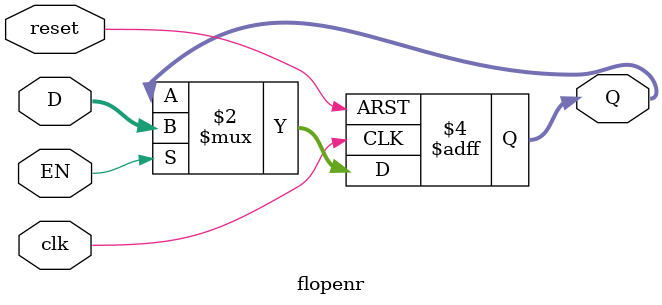
<source format=sv>
module flopenr #(parameter WIDTH = 8)
(input logic clk, reset, EN,
input logic [WIDTH-1:0] D,
output logic [WIDTH-1:0] Q);
always_ff @(posedge clk, posedge reset)
	if (reset) Q <= 0;
	else if (EN) Q <= D;
endmodule
</source>
